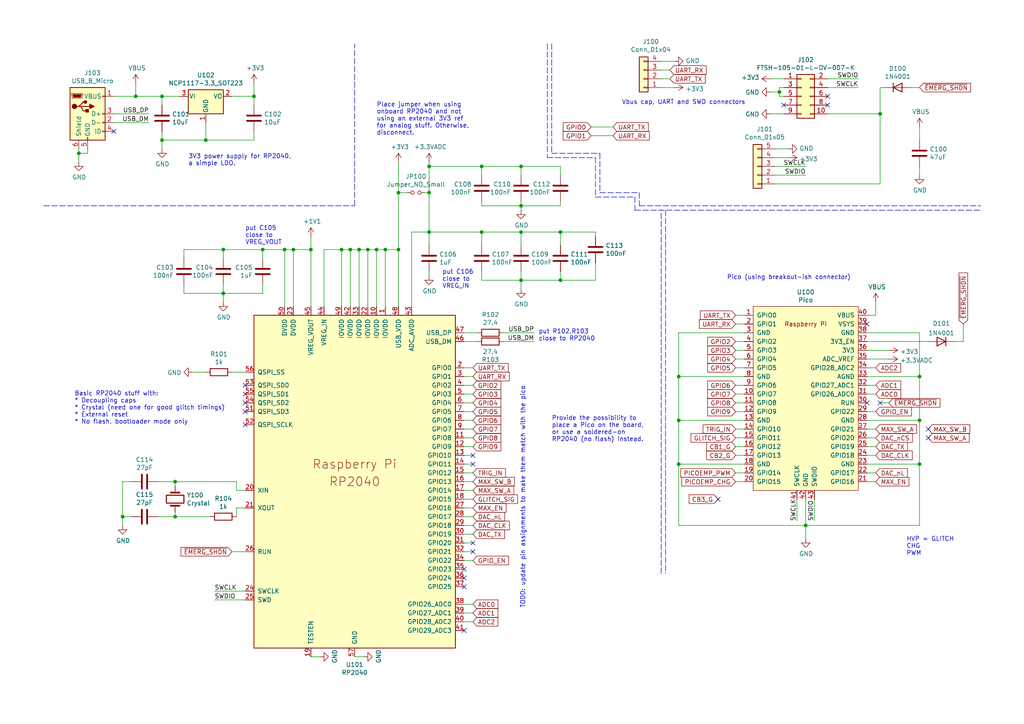
<source format=kicad_sch>
(kicad_sch (version 20211123) (generator eeschema)
  (paper "A4")
  (lib_symbols
    (symbol "Connector:USB_B_Micro" (pin_names (offset 1.016))
      (property "Reference" "J" (at -5.08 11.43 0))
      (property "Value" "USB_B_Micro" (at -5.08 8.89 0))
      (symbol "USB_B_Micro_1_1"
        (pin power_out line (at 7.62 5.08 180) (length 2.54) (name "VBUS") (number "1"))
        (pin bidirectional line (at 7.62 -2.54 180) (length 2.54) (name "D-") (number "2"))
        (pin bidirectional line (at 7.62 0 180) (length 2.54) (name "D+") (number "3"))
        (pin passive line (at 7.62 -5.08 180) (length 2.54) (name "ID") (number "4"))
        (pin power_out line (at 0 -10.16 90) (length 2.54) (name "GND") (number "5"))
        (pin passive line (at -2.54 -10.16 90) (length 2.54) (name "Shield") (number "6"))
      )
    )
    (symbol "Connector_Generic:Conn_01x04" (pin_names (offset 1.016) hide)
      (property "Reference" "J" (at 0 5.08 0))
      (property "Value" "Conn_01x04" (at 0 -7.62 0))
      (symbol "Conn_01x04_1_1"
        (pin passive line (at -5.08 2.54 0) (length 3.81) (name "Pin_1") (number "1"))
        (pin passive line (at -5.08 0 0) (length 3.81) (name "Pin_2") (number "2"))
        (pin passive line (at -5.08 -2.54 0) (length 3.81) (name "Pin_3") (number "3"))
        (pin passive line (at -5.08 -5.08 0) (length 3.81) (name "Pin_4") (number "4"))
      )
    )
    (symbol "Connector_Generic:Conn_01x05" (pin_names (offset 1.016) hide)
      (property "Reference" "J" (at 0 7.62 0))
      (property "Value" "Conn_01x05" (at 0 -7.62 0))
      (symbol "Conn_01x05_1_1"
        (pin passive line (at -5.08 5.08 0) (length 3.81) (name "Pin_1") (number "1"))
        (pin passive line (at -5.08 2.54 0) (length 3.81) (name "Pin_2") (number "2"))
        (pin passive line (at -5.08 0 0) (length 3.81) (name "Pin_3") (number "3"))
        (pin passive line (at -5.08 -2.54 0) (length 3.81) (name "Pin_4") (number "4"))
        (pin passive line (at -5.08 -5.08 0) (length 3.81) (name "Pin_5") (number "5"))
      )
    )
    (symbol "Connector_Generic:Conn_02x05_Odd_Even" (pin_names (offset 1.016) hide)
      (property "Reference" "J" (at 1.27 7.62 0))
      (property "Value" "Conn_02x05_Odd_Even" (at 1.27 -7.62 0))
      (symbol "Conn_02x05_Odd_Even_1_1"
        (pin passive line (at -5.08 5.08 0) (length 3.81) (name "Pin_1") (number "1"))
        (pin passive line (at 7.62 -5.08 180) (length 3.81) (name "Pin_10") (number "10"))
        (pin passive line (at 7.62 5.08 180) (length 3.81) (name "Pin_2") (number "2"))
        (pin passive line (at -5.08 2.54 0) (length 3.81) (name "Pin_3") (number "3"))
        (pin passive line (at 7.62 2.54 180) (length 3.81) (name "Pin_4") (number "4"))
        (pin passive line (at -5.08 0 0) (length 3.81) (name "Pin_5") (number "5"))
        (pin passive line (at 7.62 0 180) (length 3.81) (name "Pin_6") (number "6"))
        (pin passive line (at -5.08 -2.54 0) (length 3.81) (name "Pin_7") (number "7"))
        (pin passive line (at 7.62 -2.54 180) (length 3.81) (name "Pin_8") (number "8"))
        (pin passive line (at -5.08 -5.08 0) (length 3.81) (name "Pin_9") (number "9"))
      )
    )
    (symbol "Device:C" (pin_numbers hide) (pin_names (offset 0.254))
      (property "Reference" "C" (at 0.635 2.54 0))
      (property "Value" "C" (at 0.635 -2.54 0))
      (symbol "C_1_1"
        (pin passive line (at 0 3.81 270) (length 2.794) (name "~") (number "1"))
        (pin passive line (at 0 -3.81 90) (length 2.794) (name "~") (number "2"))
      )
    )
    (symbol "Device:Crystal" (pin_numbers hide) (pin_names (offset 1.016) hide)
      (property "Reference" "Y" (at 0 3.81 0))
      (property "Value" "Crystal" (at 0 -3.81 0))
      (symbol "Crystal_1_1"
        (pin passive line (at -3.81 0 0) (length 1.27) (name "1") (number "1"))
        (pin passive line (at 3.81 0 180) (length 1.27) (name "2") (number "2"))
      )
    )
    (symbol "Device:D" (pin_numbers hide) (pin_names (offset 1.016) hide)
      (property "Reference" "D" (at 0 2.54 0))
      (property "Value" "D" (at 0 -2.54 0))
      (symbol "D_1_1"
        (pin passive line (at -3.81 0 0) (length 2.54) (name "K") (number "1"))
        (pin passive line (at 3.81 0 180) (length 2.54) (name "A") (number "2"))
      )
    )
    (symbol "Device:Jumper_NO_Small" (pin_numbers hide) (pin_names (offset 0.762) hide)
      (property "Reference" "JP" (at 0 2.032 0))
      (property "Value" "Device_Jumper_NO_Small" (at 0.254 -1.524 0))
      (symbol "Jumper_NO_Small_0_1"
        (pin passive line (at -2.54 0 0) (length 1.016) (name "1") (number "1"))
        (pin passive line (at 2.54 0 180) (length 1.016) (name "2") (number "2"))
      )
    )
    (symbol "Device:R" (pin_numbers hide) (pin_names (offset 0))
      (property "Reference" "R" (at 2.032 0 90))
      (property "Value" "R" (at 0 0 90))
      (symbol "R_1_1"
        (pin passive line (at 0 3.81 270) (length 1.27) (name "~") (number "1"))
        (pin passive line (at 0 -3.81 90) (length 1.27) (name "~") (number "2"))
      )
    )
    (symbol "Diode:1N4001" (pin_numbers hide) (pin_names (offset 1.016) hide)
      (property "Reference" "D" (at 0 2.54 0))
      (property "Value" "1N4001" (at 0 -2.54 0))
      (symbol "1N4001_1_1"
        (pin passive line (at -3.81 0 0) (length 2.54) (name "K") (number "1"))
        (pin passive line (at 3.81 0 180) (length 2.54) (name "A") (number "2"))
      )
    )
    (symbol "MCU_RaspberryPi_and_Boards:Pico" (pin_names (offset 1.016))
      (property "Reference" "U" (at -13.97 27.94 0))
      (property "Value" "Pico" (at 0 19.05 0))
      (symbol "Pico_0_0"
        (text "Raspberry Pi" (at 0 21.59 0) (effects (font (size 1.27 1.27))))
      )
      (symbol "Pico_1_1"
        (pin bidirectional line (at -17.78 24.13 0) (length 2.54) (name "GPIO0") (number "1"))
        (pin bidirectional line (at -17.78 1.27 0) (length 2.54) (name "GPIO7") (number "10"))
        (pin bidirectional line (at -17.78 -1.27 0) (length 2.54) (name "GPIO8") (number "11"))
        (pin bidirectional line (at -17.78 -3.81 0) (length 2.54) (name "GPIO9") (number "12"))
        (pin power_in line (at -17.78 -6.35 0) (length 2.54) (name "GND") (number "13"))
        (pin bidirectional line (at -17.78 -8.89 0) (length 2.54) (name "GPIO10") (number "14"))
        (pin bidirectional line (at -17.78 -11.43 0) (length 2.54) (name "GPIO11") (number "15"))
        (pin bidirectional line (at -17.78 -13.97 0) (length 2.54) (name "GPIO12") (number "16"))
        (pin bidirectional line (at -17.78 -16.51 0) (length 2.54) (name "GPIO13") (number "17"))
        (pin power_in line (at -17.78 -19.05 0) (length 2.54) (name "GND") (number "18"))
        (pin bidirectional line (at -17.78 -21.59 0) (length 2.54) (name "GPIO14") (number "19"))
        (pin bidirectional line (at -17.78 21.59 0) (length 2.54) (name "GPIO1") (number "2"))
        (pin bidirectional line (at -17.78 -24.13 0) (length 2.54) (name "GPIO15") (number "20"))
        (pin bidirectional line (at 17.78 -24.13 180) (length 2.54) (name "GPIO16") (number "21"))
        (pin bidirectional line (at 17.78 -21.59 180) (length 2.54) (name "GPIO17") (number "22"))
        (pin power_in line (at 17.78 -19.05 180) (length 2.54) (name "GND") (number "23"))
        (pin bidirectional line (at 17.78 -16.51 180) (length 2.54) (name "GPIO18") (number "24"))
        (pin bidirectional line (at 17.78 -13.97 180) (length 2.54) (name "GPIO19") (number "25"))
        (pin bidirectional line (at 17.78 -11.43 180) (length 2.54) (name "GPIO20") (number "26"))
        (pin bidirectional line (at 17.78 -8.89 180) (length 2.54) (name "GPIO21") (number "27"))
        (pin power_in line (at 17.78 -6.35 180) (length 2.54) (name "GND") (number "28"))
        (pin bidirectional line (at 17.78 -3.81 180) (length 2.54) (name "GPIO22") (number "29"))
        (pin power_in line (at -17.78 19.05 0) (length 2.54) (name "GND") (number "3"))
        (pin input line (at 17.78 -1.27 180) (length 2.54) (name "RUN") (number "30"))
        (pin bidirectional line (at 17.78 1.27 180) (length 2.54) (name "GPIO26_ADC0") (number "31"))
        (pin bidirectional line (at 17.78 3.81 180) (length 2.54) (name "GPIO27_ADC1") (number "32"))
        (pin power_in line (at 17.78 6.35 180) (length 2.54) (name "AGND") (number "33"))
        (pin bidirectional line (at 17.78 8.89 180) (length 2.54) (name "GPIO28_ADC2") (number "34"))
        (pin unspecified line (at 17.78 11.43 180) (length 2.54) (name "ADC_VREF") (number "35"))
        (pin unspecified line (at 17.78 13.97 180) (length 2.54) (name "3V3") (number "36"))
        (pin input line (at 17.78 16.51 180) (length 2.54) (name "3V3_EN") (number "37"))
        (pin bidirectional line (at 17.78 19.05 180) (length 2.54) (name "GND") (number "38"))
        (pin unspecified line (at 17.78 21.59 180) (length 2.54) (name "VSYS") (number "39"))
        (pin bidirectional line (at -17.78 16.51 0) (length 2.54) (name "GPIO2") (number "4"))
        (pin unspecified line (at 17.78 24.13 180) (length 2.54) (name "VBUS") (number "40"))
        (pin input line (at -2.54 -29.21 90) (length 2.54) (name "SWCLK") (number "41"))
        (pin power_in line (at 0 -29.21 90) (length 2.54) (name "GND") (number "42"))
        (pin bidirectional line (at 2.54 -29.21 90) (length 2.54) (name "SWDIO") (number "43"))
        (pin bidirectional line (at -17.78 13.97 0) (length 2.54) (name "GPIO3") (number "5"))
        (pin bidirectional line (at -17.78 11.43 0) (length 2.54) (name "GPIO4") (number "6"))
        (pin bidirectional line (at -17.78 8.89 0) (length 2.54) (name "GPIO5") (number "7"))
        (pin power_in line (at -17.78 6.35 0) (length 2.54) (name "GND") (number "8"))
        (pin bidirectional line (at -17.78 3.81 0) (length 2.54) (name "GPIO6") (number "9"))
      )
    )
    (symbol "MCU_RaspberryPi_and_Boards:RP2040" (pin_names (offset 1.016))
      (property "Reference" "U" (at -29.21 49.53 0))
      (property "Value" "RP2040" (at 24.13 -49.53 0))
      (symbol "RP2040_0_0"
        (text "Raspberry Pi" (at 0 5.08 0) (effects (font (size 2.54 2.54))))
        (text "RP2040" (at 0 0 0) (effects (font (size 2.54 2.54))))
      )
      (symbol "RP2040_1_1"
        (pin power_in line (at 8.89 50.8 270) (length 2.54) (name "IOVDD") (number "1"))
        (pin power_in line (at 6.35 50.8 270) (length 2.54) (name "IOVDD") (number "10"))
        (pin bidirectional line (at 31.75 12.7 180) (length 2.54) (name "GPIO8") (number "11"))
        (pin bidirectional line (at 31.75 10.16 180) (length 2.54) (name "GPIO9") (number "12"))
        (pin bidirectional line (at 31.75 7.62 180) (length 2.54) (name "GPIO10") (number "13"))
        (pin bidirectional line (at 31.75 5.08 180) (length 2.54) (name "GPIO11") (number "14"))
        (pin bidirectional line (at 31.75 2.54 180) (length 2.54) (name "GPIO12") (number "15"))
        (pin bidirectional line (at 31.75 0 180) (length 2.54) (name "GPIO13") (number "16"))
        (pin bidirectional line (at 31.75 -2.54 180) (length 2.54) (name "GPIO14") (number "17"))
        (pin bidirectional line (at 31.75 -5.08 180) (length 2.54) (name "GPIO15") (number "18"))
        (pin passive line (at -12.7 -50.8 90) (length 2.54) (name "TESTEN") (number "19"))
        (pin bidirectional line (at 31.75 33.02 180) (length 2.54) (name "GPIO0") (number "2"))
        (pin input line (at -31.75 -2.54 0) (length 2.54) (name "XIN") (number "20"))
        (pin passive line (at -31.75 -7.62 0) (length 2.54) (name "XOUT") (number "21"))
        (pin power_in line (at 3.81 50.8 270) (length 2.54) (name "IOVDD") (number "22"))
        (pin power_in line (at -17.78 50.8 270) (length 2.54) (name "DVDD") (number "23"))
        (pin output line (at -31.75 -31.75 0) (length 2.54) (name "SWCLK") (number "24"))
        (pin bidirectional line (at -31.75 -34.29 0) (length 2.54) (name "SWD") (number "25"))
        (pin input line (at -31.75 -20.32 0) (length 2.54) (name "RUN") (number "26"))
        (pin bidirectional line (at 31.75 -7.62 180) (length 2.54) (name "GPIO16") (number "27"))
        (pin bidirectional line (at 31.75 -10.16 180) (length 2.54) (name "GPIO17") (number "28"))
        (pin bidirectional line (at 31.75 -12.7 180) (length 2.54) (name "GPIO18") (number "29"))
        (pin bidirectional line (at 31.75 30.48 180) (length 2.54) (name "GPIO1") (number "3"))
        (pin bidirectional line (at 31.75 -15.24 180) (length 2.54) (name "GPIO19") (number "30"))
        (pin bidirectional line (at 31.75 -17.78 180) (length 2.54) (name "GPIO20") (number "31"))
        (pin bidirectional line (at 31.75 -20.32 180) (length 2.54) (name "GPIO21") (number "32"))
        (pin power_in line (at 1.27 50.8 270) (length 2.54) (name "IOVDD") (number "33"))
        (pin bidirectional line (at 31.75 -22.86 180) (length 2.54) (name "GPIO22") (number "34"))
        (pin bidirectional line (at 31.75 -25.4 180) (length 2.54) (name "GPIO23") (number "35"))
        (pin bidirectional line (at 31.75 -27.94 180) (length 2.54) (name "GPIO24") (number "36"))
        (pin bidirectional line (at 31.75 -30.48 180) (length 2.54) (name "GPIO25") (number "37"))
        (pin bidirectional line (at 31.75 -35.56 180) (length 2.54) (name "GPIO26_ADC0") (number "38"))
        (pin bidirectional line (at 31.75 -38.1 180) (length 2.54) (name "GPIO27_ADC1") (number "39"))
        (pin bidirectional line (at 31.75 27.94 180) (length 2.54) (name "GPIO2") (number "4"))
        (pin bidirectional line (at 31.75 -40.64 180) (length 2.54) (name "GPIO28_ADC2") (number "40"))
        (pin bidirectional line (at 31.75 -43.18 180) (length 2.54) (name "GPIO29_ADC3") (number "41"))
        (pin power_in line (at -1.27 50.8 270) (length 2.54) (name "IOVDD") (number "42"))
        (pin power_in line (at 16.51 50.8 270) (length 2.54) (name "ADC_AVDD") (number "43"))
        (pin power_in line (at -8.89 50.8 270) (length 2.54) (name "VREG_IN") (number "44"))
        (pin power_out line (at -12.7 50.8 270) (length 2.54) (name "VREG_VOUT") (number "45"))
        (pin bidirectional line (at 31.75 40.64 180) (length 2.54) (name "USB_DM") (number "46"))
        (pin bidirectional line (at 31.75 43.18 180) (length 2.54) (name "USB_DP") (number "47"))
        (pin power_in line (at 12.7 50.8 270) (length 2.54) (name "USB_VDD") (number "48"))
        (pin power_in line (at -3.81 50.8 270) (length 2.54) (name "IOVDD") (number "49"))
        (pin bidirectional line (at 31.75 25.4 180) (length 2.54) (name "GPIO3") (number "5"))
        (pin power_in line (at -20.32 50.8 270) (length 2.54) (name "DVDD") (number "50"))
        (pin bidirectional line (at -31.75 20.32 0) (length 2.54) (name "QSPI_SD3") (number "51"))
        (pin output line (at -31.75 16.51 0) (length 2.54) (name "QSPI_SCLK") (number "52"))
        (pin bidirectional line (at -31.75 27.94 0) (length 2.54) (name "QSPI_SD0") (number "53"))
        (pin bidirectional line (at -31.75 22.86 0) (length 2.54) (name "QSPI_SD2") (number "54"))
        (pin bidirectional line (at -31.75 25.4 0) (length 2.54) (name "QSPI_SD1") (number "55"))
        (pin bidirectional line (at -31.75 31.75 0) (length 2.54) (name "QSPI_SS") (number "56"))
        (pin power_in line (at 0 -50.8 90) (length 2.54) (name "GND") (number "57"))
        (pin bidirectional line (at 31.75 22.86 180) (length 2.54) (name "GPIO4") (number "6"))
        (pin bidirectional line (at 31.75 20.32 180) (length 2.54) (name "GPIO5") (number "7"))
        (pin bidirectional line (at 31.75 17.78 180) (length 2.54) (name "GPIO6") (number "8"))
        (pin bidirectional line (at 31.75 15.24 180) (length 2.54) (name "GPIO7") (number "9"))
      )
    )
    (symbol "Regulator_Linear:NCP1117-3.3_SOT223" (pin_names (offset 0.254))
      (property "Reference" "U" (at -3.81 3.175 0))
      (property "Value" "NCP1117-3.3_SOT223" (at 0 3.175 0))
      (symbol "NCP1117-3.3_SOT223_1_1"
        (pin power_in line (at 0 -7.62 90) (length 2.54) (name "GND") (number "1"))
        (pin power_out line (at 7.62 0 180) (length 2.54) (name "VO") (number "2"))
        (pin power_in line (at -7.62 0 0) (length 2.54) (name "VI") (number "3"))
      )
    )
    (symbol "power:+1V1" (power) (pin_names (offset 0))
      (property "Value" "+1V1" (at 0 3.556 0))
      (symbol "+1V1_1_1"
        (pin power_in line (at 0 0 90) (length 0) hide (name "+1V1") (number "1"))
      )
    )
    (symbol "power:+3.3VADC" (power) (pin_names (offset 0))
      (property "Value" "+3.3VADC" (at 0 2.54 0))
      (symbol "+3.3VADC_0_0"
        (pin power_in line (at 0 0 90) (length 0) hide (name "+3.3VADC") (number "1"))
      )
    )
    (symbol "power:+3V3" (power) (pin_names (offset 0))
      (property "Value" "+3V3" (at 0 3.556 0))
      (symbol "+3V3_1_1"
        (pin power_in line (at 0 0 90) (length 0) hide (name "+3V3") (number "1"))
      )
    )
    (symbol "power:GND" (power) (pin_names (offset 0))
      (property "Value" "GND" (at 0 -3.81 0))
      (symbol "GND_1_1"
        (pin power_in line (at 0 0 270) (length 0) hide (name "GND") (number "1"))
      )
    )
    (symbol "power:VBUS" (power) (pin_names (offset 0))
      (property "Value" "VBUS" (at 0 3.81 0))
      (symbol "VBUS_1_1"
        (pin power_in line (at 0 0 90) (length 0) hide (name "VBUS") (number "1"))
      )
    )
  )
  (junction (at 233.68 152.4))
  (junction (at 151.13 81.28))
  (junction (at 82.55 72.39))
  (junction (at 266.7 109.22))
  (junction (at 90.17 72.39))
  (junction (at 59.69 40.64))
  (junction (at 162.56 67.31))
  (junction (at 104.14 72.39))
  (junction (at 106.68 72.39))
  (junction (at 115.57 55.88))
  (junction (at 124.46 55.88))
  (junction (at 196.85 134.62))
  (junction (at 76.2 72.39))
  (junction (at 255.27 33.02))
  (junction (at 111.76 72.39))
  (junction (at 109.22 72.39))
  (junction (at 139.7 67.31))
  (junction (at 99.06 72.39))
  (junction (at 115.57 72.39))
  (junction (at 46.99 40.64))
  (junction (at 139.7 48.26))
  (junction (at 124.46 67.31))
  (junction (at 39.37 27.94))
  (junction (at 196.85 109.22))
  (junction (at 124.46 48.26))
  (junction (at 50.8 139.7))
  (junction (at 266.7 121.92))
  (junction (at 266.7 134.62))
  (junction (at 151.13 59.69))
  (junction (at 50.8 149.86))
  (junction (at 22.86 44.45))
  (junction (at 64.77 85.09))
  (junction (at 85.09 72.39))
  (junction (at 151.13 67.31))
  (junction (at 226.06 26.67))
  (junction (at 151.13 48.26))
  (junction (at 35.56 149.86))
  (junction (at 64.77 72.39))
  (junction (at 196.85 121.92))
  (junction (at 101.6 72.39))
  (junction (at 73.66 27.94))
  (junction (at 46.99 27.94))
  (junction (at 162.56 81.28))
  (no_connect (at 251.46 116.84))
  (no_connect (at 269.24 127))
  (no_connect (at 269.24 124.46))
  (no_connect (at 134.62 170.18))
  (no_connect (at 134.62 182.88))
  (no_connect (at 71.12 114.3))
  (no_connect (at 71.12 123.19))
  (no_connect (at 227.33 30.48))
  (no_connect (at 137.16 160.02))
  (no_connect (at 33.02 38.1))
  (no_connect (at 255.27 116.84))
  (no_connect (at 71.12 111.76))
  (no_connect (at 240.03 27.94))
  (no_connect (at 134.62 167.64))
  (no_connect (at 251.46 93.98))
  (no_connect (at 137.16 132.08))
  (no_connect (at 137.16 134.62))
  (no_connect (at 137.16 157.48))
  (no_connect (at 208.28 144.78))
  (no_connect (at 134.62 165.1))
  (no_connect (at 71.12 119.38))
  (no_connect (at 240.03 30.48))
  (no_connect (at 71.12 116.84))
  (wire (pts (xy 67.31 107.95) (xy 71.12 107.95)))
  (wire (pts (xy 215.9 129.54) (xy 213.36 129.54)))
  (wire (pts (xy 137.16 157.48) (xy 134.62 157.48)))
  (wire (pts (xy 115.57 55.88) (xy 115.57 72.39)))
  (wire (pts (xy 139.7 67.31) (xy 151.13 67.31)))
  (wire (pts (xy 71.12 142.24) (xy 68.58 142.24)))
  (wire (pts (xy 226.06 26.67) (xy 223.52 26.67)))
  (wire (pts (xy 53.34 85.09) (xy 53.34 82.55)))
  (wire (pts (xy 53.34 72.39) (xy 64.77 72.39)))
  (wire (pts (xy 196.85 121.92) (xy 196.85 134.62)))
  (wire (pts (xy 251.46 132.08) (xy 254 132.08)))
  (wire (pts (xy 134.62 106.68) (xy 137.16 106.68)))
  (wire (pts (xy 151.13 59.69) (xy 162.56 59.69)))
  (wire (pts (xy 266.7 134.62) (xy 266.7 121.92)))
  (wire (pts (xy 134.62 119.38) (xy 137.16 119.38)))
  (wire (pts (xy 139.7 81.28) (xy 139.7 78.74)))
  (wire (pts (xy 146.05 96.52) (xy 154.94 96.52)))
  (wire (pts (xy 215.9 96.52) (xy 196.85 96.52)))
  (wire (pts (xy 266.7 40.64) (xy 266.7 36.83)))
  (polyline (pts (xy 185.42 55.88) (xy 185.42 59.69)))
  (wire (pts (xy 233.68 152.4) (xy 233.68 156.21)))
  (wire (pts (xy 226.06 27.94) (xy 227.33 27.94)))
  (polyline (pts (xy 173.99 44.45) (xy 173.99 55.88)))
  (wire (pts (xy 226.06 26.67) (xy 226.06 27.94)))
  (wire (pts (xy 50.8 140.97) (xy 50.8 139.7)))
  (wire (pts (xy 134.62 111.76) (xy 137.16 111.76)))
  (wire (pts (xy 137.16 124.46) (xy 134.62 124.46)))
  (wire (pts (xy 73.66 27.94) (xy 73.66 30.48)))
  (wire (pts (xy 134.62 132.08) (xy 137.16 132.08)))
  (wire (pts (xy 213.36 119.38) (xy 215.9 119.38)))
  (wire (pts (xy 162.56 59.69) (xy 162.56 58.42)))
  (wire (pts (xy 76.2 72.39) (xy 76.2 74.93)))
  (wire (pts (xy 171.45 36.83) (xy 177.8 36.83)))
  (wire (pts (xy 119.38 67.31) (xy 119.38 88.9)))
  (wire (pts (xy 257.81 101.6) (xy 251.46 101.6)))
  (wire (pts (xy 134.62 137.16) (xy 137.16 137.16)))
  (wire (pts (xy 266.7 50.8) (xy 266.7 48.26)))
  (wire (pts (xy 196.85 121.92) (xy 196.85 109.22)))
  (wire (pts (xy 151.13 81.28) (xy 139.7 81.28)))
  (wire (pts (xy 251.46 111.76) (xy 254 111.76)))
  (wire (pts (xy 137.16 177.8) (xy 134.62 177.8)))
  (wire (pts (xy 266.7 109.22) (xy 251.46 109.22)))
  (wire (pts (xy 171.45 39.37) (xy 177.8 39.37)))
  (wire (pts (xy 137.16 144.78) (xy 134.62 144.78)))
  (wire (pts (xy 45.72 149.86) (xy 50.8 149.86)))
  (polyline (pts (xy 158.75 12.7) (xy 158.75 45.72)))
  (polyline (pts (xy 172.72 57.15) (xy 184.15 57.15)))
  (wire (pts (xy 213.36 106.68) (xy 215.9 106.68)))
  (wire (pts (xy 224.79 53.34) (xy 255.27 53.34)))
  (wire (pts (xy 137.16 162.56) (xy 134.62 162.56)))
  (wire (pts (xy 73.66 40.64) (xy 73.66 38.1)))
  (wire (pts (xy 213.36 139.7) (xy 215.9 139.7)))
  (wire (pts (xy 162.56 81.28) (xy 151.13 81.28)))
  (wire (pts (xy 151.13 78.74) (xy 151.13 81.28)))
  (wire (pts (xy 255.27 53.34) (xy 255.27 33.02)))
  (wire (pts (xy 124.46 55.88) (xy 124.46 67.31)))
  (wire (pts (xy 52.07 27.94) (xy 46.99 27.94)))
  (wire (pts (xy 134.62 147.32) (xy 137.16 147.32)))
  (wire (pts (xy 46.99 43.18) (xy 46.99 40.64)))
  (wire (pts (xy 46.99 40.64) (xy 59.69 40.64)))
  (wire (pts (xy 139.7 67.31) (xy 139.7 71.12)))
  (wire (pts (xy 172.72 67.31) (xy 172.72 68.58)))
  (wire (pts (xy 111.76 72.39) (xy 115.57 72.39)))
  (wire (pts (xy 137.16 134.62) (xy 134.62 134.62)))
  (wire (pts (xy 105.41 190.5) (xy 102.87 190.5)))
  (wire (pts (xy 257.81 116.84) (xy 255.27 116.84)))
  (wire (pts (xy 124.46 55.88) (xy 124.46 48.26)))
  (wire (pts (xy 233.68 144.78) (xy 233.68 152.4)))
  (wire (pts (xy 101.6 88.9) (xy 101.6 72.39)))
  (wire (pts (xy 35.56 139.7) (xy 38.1 139.7)))
  (wire (pts (xy 251.46 91.44) (xy 254 91.44)))
  (wire (pts (xy 266.7 96.52) (xy 251.46 96.52)))
  (wire (pts (xy 139.7 58.42) (xy 139.7 59.69)))
  (wire (pts (xy 213.36 127) (xy 215.9 127)))
  (wire (pts (xy 255.27 25.4) (xy 255.27 33.02)))
  (wire (pts (xy 139.7 48.26) (xy 139.7 50.8)))
  (wire (pts (xy 134.62 127) (xy 137.16 127)))
  (wire (pts (xy 64.77 72.39) (xy 64.77 74.93)))
  (wire (pts (xy 50.8 139.7) (xy 68.58 139.7)))
  (wire (pts (xy 172.72 76.2) (xy 172.72 81.28)))
  (wire (pts (xy 213.36 132.08) (xy 215.9 132.08)))
  (wire (pts (xy 134.62 121.92) (xy 137.16 121.92)))
  (wire (pts (xy 224.79 48.26) (xy 233.68 48.26)))
  (wire (pts (xy 109.22 72.39) (xy 111.76 72.39)))
  (wire (pts (xy 93.98 88.9) (xy 93.98 72.39)))
  (wire (pts (xy 191.77 17.78) (xy 195.58 17.78)))
  (wire (pts (xy 134.62 99.06) (xy 138.43 99.06)))
  (wire (pts (xy 162.56 78.74) (xy 162.56 81.28)))
  (wire (pts (xy 137.16 149.86) (xy 134.62 149.86)))
  (wire (pts (xy 137.16 116.84) (xy 134.62 116.84)))
  (wire (pts (xy 196.85 109.22) (xy 215.9 109.22)))
  (wire (pts (xy 266.7 121.92) (xy 251.46 121.92)))
  (polyline (pts (xy 158.75 45.72) (xy 172.72 45.72)))
  (wire (pts (xy 240.03 33.02) (xy 255.27 33.02)))
  (polyline (pts (xy 191.77 166.37) (xy 191.77 60.96)))
  (wire (pts (xy 25.4 44.45) (xy 25.4 43.18)))
  (wire (pts (xy 224.79 43.18) (xy 228.6 43.18)))
  (wire (pts (xy 134.62 180.34) (xy 137.16 180.34)))
  (wire (pts (xy 115.57 46.99) (xy 115.57 55.88)))
  (wire (pts (xy 115.57 88.9) (xy 115.57 72.39)))
  (wire (pts (xy 104.14 72.39) (xy 106.68 72.39)))
  (wire (pts (xy 151.13 48.26) (xy 162.56 48.26)))
  (wire (pts (xy 67.31 27.94) (xy 73.66 27.94)))
  (wire (pts (xy 255.27 25.4) (xy 256.54 25.4)))
  (wire (pts (xy 254 119.38) (xy 251.46 119.38)))
  (wire (pts (xy 60.96 149.86) (xy 50.8 149.86)))
  (wire (pts (xy 46.99 40.64) (xy 46.99 38.1)))
  (wire (pts (xy 266.7 152.4) (xy 266.7 134.62)))
  (wire (pts (xy 82.55 72.39) (xy 82.55 88.9)))
  (wire (pts (xy 68.58 139.7) (xy 68.58 142.24)))
  (wire (pts (xy 33.02 33.02) (xy 43.18 33.02)))
  (wire (pts (xy 264.16 25.4) (xy 266.7 25.4)))
  (wire (pts (xy 254 137.16) (xy 251.46 137.16)))
  (wire (pts (xy 64.77 85.09) (xy 76.2 85.09)))
  (polyline (pts (xy 160.02 44.45) (xy 173.99 44.45)))
  (wire (pts (xy 196.85 152.4) (xy 233.68 152.4)))
  (wire (pts (xy 254 91.44) (xy 254 87.63)))
  (wire (pts (xy 146.05 99.06) (xy 154.94 99.06)))
  (wire (pts (xy 35.56 152.4) (xy 35.56 149.86)))
  (wire (pts (xy 123.19 55.88) (xy 124.46 55.88)))
  (wire (pts (xy 139.7 48.26) (xy 151.13 48.26)))
  (wire (pts (xy 68.58 147.32) (xy 71.12 147.32)))
  (wire (pts (xy 118.11 55.88) (xy 115.57 55.88)))
  (wire (pts (xy 251.46 99.06) (xy 269.24 99.06)))
  (wire (pts (xy 134.62 96.52) (xy 138.43 96.52)))
  (wire (pts (xy 279.4 99.06) (xy 276.86 99.06)))
  (wire (pts (xy 233.68 152.4) (xy 266.7 152.4)))
  (wire (pts (xy 124.46 71.12) (xy 124.46 67.31)))
  (wire (pts (xy 240.03 25.4) (xy 248.92 25.4)))
  (wire (pts (xy 134.62 160.02) (xy 137.16 160.02)))
  (wire (pts (xy 99.06 72.39) (xy 101.6 72.39)))
  (wire (pts (xy 39.37 24.13) (xy 39.37 27.94)))
  (wire (pts (xy 38.1 149.86) (xy 35.56 149.86)))
  (polyline (pts (xy 185.42 59.69) (xy 284.48 59.69)))
  (wire (pts (xy 226.06 25.4) (xy 226.06 26.67)))
  (wire (pts (xy 162.56 67.31) (xy 172.72 67.31)))
  (wire (pts (xy 240.03 22.86) (xy 248.92 22.86)))
  (wire (pts (xy 101.6 72.39) (xy 104.14 72.39)))
  (wire (pts (xy 251.46 127) (xy 254 127)))
  (wire (pts (xy 215.9 124.46) (xy 213.36 124.46)))
  (wire (pts (xy 99.06 88.9) (xy 99.06 72.39)))
  (wire (pts (xy 50.8 149.86) (xy 50.8 148.59)))
  (wire (pts (xy 35.56 149.86) (xy 35.56 139.7)))
  (wire (pts (xy 137.16 154.94) (xy 134.62 154.94)))
  (wire (pts (xy 62.23 171.45) (xy 71.12 171.45)))
  (polyline (pts (xy 184.15 57.15) (xy 184.15 60.96)))
  (wire (pts (xy 227.33 33.02) (xy 223.52 33.02)))
  (wire (pts (xy 64.77 82.55) (xy 64.77 85.09)))
  (wire (pts (xy 151.13 81.28) (xy 151.13 83.82)))
  (wire (pts (xy 137.16 139.7) (xy 134.62 139.7)))
  (wire (pts (xy 151.13 59.69) (xy 151.13 60.96)))
  (wire (pts (xy 134.62 175.26) (xy 137.16 175.26)))
  (polyline (pts (xy 172.72 45.72) (xy 172.72 57.15)))
  (polyline (pts (xy 173.99 55.88) (xy 185.42 55.88)))
  (wire (pts (xy 254 124.46) (xy 251.46 124.46)))
  (wire (pts (xy 213.36 93.98) (xy 215.9 93.98)))
  (wire (pts (xy 137.16 129.54) (xy 134.62 129.54)))
  (wire (pts (xy 62.23 173.99) (xy 71.12 173.99)))
  (wire (pts (xy 162.56 48.26) (xy 162.56 50.8)))
  (wire (pts (xy 106.68 88.9) (xy 106.68 72.39)))
  (wire (pts (xy 124.46 48.26) (xy 139.7 48.26)))
  (polyline (pts (xy 193.04 60.96) (xy 193.04 166.37)))
  (wire (pts (xy 67.31 160.02) (xy 71.12 160.02)))
  (wire (pts (xy 55.88 107.95) (xy 59.69 107.95)))
  (wire (pts (xy 106.68 72.39) (xy 109.22 72.39)))
  (wire (pts (xy 90.17 190.5) (xy 92.71 190.5)))
  (wire (pts (xy 39.37 27.94) (xy 46.99 27.94)))
  (wire (pts (xy 151.13 67.31) (xy 151.13 71.12)))
  (wire (pts (xy 134.62 152.4) (xy 137.16 152.4)))
  (wire (pts (xy 85.09 72.39) (xy 90.17 72.39)))
  (wire (pts (xy 53.34 85.09) (xy 64.77 85.09)))
  (wire (pts (xy 151.13 48.26) (xy 151.13 50.8)))
  (wire (pts (xy 22.86 44.45) (xy 22.86 43.18)))
  (wire (pts (xy 104.14 88.9) (xy 104.14 72.39)))
  (wire (pts (xy 227.33 25.4) (xy 226.06 25.4)))
  (wire (pts (xy 172.72 81.28) (xy 162.56 81.28)))
  (wire (pts (xy 90.17 68.58) (xy 90.17 72.39)))
  (wire (pts (xy 257.81 104.14) (xy 251.46 104.14)))
  (wire (pts (xy 266.7 121.92) (xy 266.7 109.22)))
  (polyline (pts (xy 102.87 59.69) (xy 102.87 12.7)))
  (wire (pts (xy 93.98 72.39) (xy 99.06 72.39)))
  (wire (pts (xy 137.16 109.22) (xy 134.62 109.22)))
  (wire (pts (xy 196.85 134.62) (xy 215.9 134.62)))
  (wire (pts (xy 68.58 149.86) (xy 68.58 147.32)))
  (wire (pts (xy 85.09 72.39) (xy 85.09 88.9)))
  (wire (pts (xy 76.2 72.39) (xy 82.55 72.39)))
  (wire (pts (xy 111.76 88.9) (xy 111.76 72.39)))
  (wire (pts (xy 215.9 137.16) (xy 213.36 137.16)))
  (wire (pts (xy 82.55 72.39) (xy 85.09 72.39)))
  (wire (pts (xy 254 114.3) (xy 251.46 114.3)))
  (wire (pts (xy 227.33 22.86) (xy 223.52 22.86)))
  (wire (pts (xy 64.77 72.39) (xy 76.2 72.39)))
  (wire (pts (xy 33.02 35.56) (xy 43.18 35.56)))
  (wire (pts (xy 215.9 121.92) (xy 196.85 121.92)))
  (wire (pts (xy 194.31 20.32) (xy 191.77 20.32)))
  (wire (pts (xy 39.37 27.94) (xy 33.02 27.94)))
  (wire (pts (xy 266.7 109.22) (xy 266.7 96.52)))
  (polyline (pts (xy 184.15 60.96) (xy 284.48 60.96)))
  (wire (pts (xy 50.8 139.7) (xy 45.72 139.7)))
  (wire (pts (xy 191.77 25.4) (xy 195.58 25.4)))
  (wire (pts (xy 64.77 85.09) (xy 64.77 87.63)))
  (wire (pts (xy 266.7 134.62) (xy 251.46 134.62)))
  (wire (pts (xy 124.46 67.31) (xy 139.7 67.31)))
  (wire (pts (xy 215.9 99.06) (xy 213.36 99.06)))
  (wire (pts (xy 59.69 40.64) (xy 59.69 35.56)))
  (wire (pts (xy 46.99 27.94) (xy 46.99 30.48)))
  (wire (pts (xy 215.9 101.6) (xy 213.36 101.6)))
  (wire (pts (xy 224.79 45.72) (xy 228.6 45.72)))
  (wire (pts (xy 224.79 50.8) (xy 233.68 50.8)))
  (wire (pts (xy 231.14 144.78) (xy 231.14 151.13)))
  (wire (pts (xy 151.13 67.31) (xy 162.56 67.31)))
  (wire (pts (xy 279.4 93.98) (xy 279.4 99.06)))
  (wire (pts (xy 251.46 139.7) (xy 254 139.7)))
  (wire (pts (xy 196.85 134.62) (xy 196.85 152.4)))
  (wire (pts (xy 151.13 58.42) (xy 151.13 59.69)))
  (wire (pts (xy 215.9 91.44) (xy 213.36 91.44)))
  (wire (pts (xy 139.7 59.69) (xy 151.13 59.69)))
  (wire (pts (xy 134.62 114.3) (xy 137.16 114.3)))
  (wire (pts (xy 213.36 104.14) (xy 215.9 104.14)))
  (wire (pts (xy 124.46 80.01) (xy 124.46 78.74)))
  (wire (pts (xy 162.56 67.31) (xy 162.56 71.12)))
  (wire (pts (xy 76.2 82.55) (xy 76.2 85.09)))
  (wire (pts (xy 196.85 96.52) (xy 196.85 109.22)))
  (wire (pts (xy 191.77 22.86) (xy 194.31 22.86)))
  (wire (pts (xy 215.9 111.76) (xy 213.36 111.76)))
  (wire (pts (xy 251.46 106.68) (xy 254 106.68)))
  (wire (pts (xy 124.46 67.31) (xy 119.38 67.31)))
  (wire (pts (xy 109.22 88.9) (xy 109.22 72.39)))
  (wire (pts (xy 53.34 74.93) (xy 53.34 72.39)))
  (wire (pts (xy 254 129.54) (xy 251.46 129.54)))
  (wire (pts (xy 59.69 40.64) (xy 73.66 40.64)))
  (wire (pts (xy 22.86 44.45) (xy 25.4 44.45)))
  (wire (pts (xy 22.86 46.99) (xy 22.86 44.45)))
  (wire (pts (xy 134.62 142.24) (xy 137.16 142.24)))
  (wire (pts (xy 73.66 27.94) (xy 73.66 24.13)))
  (wire (pts (xy 124.46 48.26) (xy 124.46 46.99)))
  (wire (pts (xy 215.9 116.84) (xy 213.36 116.84)))
  (wire (pts (xy 90.17 72.39) (xy 90.17 88.9)))
  (wire (pts (xy 236.22 144.78) (xy 236.22 151.13)))
  (wire (pts (xy 213.36 114.3) (xy 215.9 114.3)))
  (polyline (pts (xy 160.02 12.7) (xy 160.02 44.45)))
  (polyline (pts (xy 12.7 59.69) (xy 102.87 59.69)))
  (text "Place jumper when using\nonboard RP2040 and not\nusing an external 3V3 ref\nfor analog stuff. Otherwise,\ndisconnect." (at 109.22 39.37 0) (effects (font (size 1.27 1.27)) (justify left bottom)))
  (text "TODO: update pin assignments to make them match with the pico" (at 152.4 176.53 90) (effects (font (size 1.27 1.27)) (justify left bottom)))
  (text "put C106\nclose to\nVREG_IN" (at 128.27 83.82 0) (effects (font (size 1.27 1.27)) (justify left bottom)))
  (text "Vbus cap, UART and SWD connectors" (at 180.34 30.48 0) (effects (font (size 1.27 1.27)) (justify left bottom)))
  (text "HVP = GLITCH\nCHG\nPWM" (at 262.89 161.29 0) (effects (font (size 1.27 1.27)) (justify left bottom)))
  (text "put C105\nclose to\nVREG_VOUT" (at 71.12 71.12 0) (effects (font (size 1.27 1.27)) (justify left bottom)))
  (text "Pico (using breakout-ish connector)" (at 210.82 81.28 0) (effects (font (size 1.27 1.27)) (justify left bottom)))
  (text "3V3 power supply for RP2040,\na simple LDO." (at 54.61 48.26 0) (effects (font (size 1.27 1.27)) (justify left bottom)))
  (text "put R102,R103\nclose to RP2040" (at 156.21 99.06 0) (effects (font (size 1.27 1.27)) (justify left bottom)))
  (text "Basic RP2040 stuff with:\n* Decoupling caps\n* Crystal (need one for good glitch timings)\n* External reset\n* No flash, bootloader mode only" (at 21.59 123.19 0) (effects (font (size 1.27 1.27)) (justify left bottom)))
  (text "Provide the possibility to\nplace a Pico on the board,\nor use a soldered-on\nRP2040 (no flash) instead." (at 160.02 128.27 0) (effects (font (size 1.27 1.27)) (justify left bottom)))
  (label "SWCLK" (at 233.68 48.26 180))
  (label "USB_DM" (at 43.18 35.56 180))
  (label "SWCLK" (at 62.23 171.45 0))
  (label "USB_DM" (at 154.94 99.06 180))
  (label "SWDIO" (at 236.22 151.13 90))
  (label "SWDIO" (at 248.92 22.86 180))
  (label "USB_DP" (at 43.18 33.02 180))
  (label "SWCLK" (at 248.92 25.4 180))
  (label "USB_DP" (at 154.94 96.52 180))
  (label "SWDIO" (at 62.23 173.99 0))
  (label "SWDIO" (at 233.68 50.8 180))
  (label "SWCLK" (at 231.14 151.13 90))
  (global_label "CB1_G" (shape input) (at 213.36 129.54 180) (property "Intersheet References" "${INTERSHEET_REFS}" (effects hide)))
  (global_label "GPIO2" (shape input) (at 137.16 111.76 0) (property "Intersheet References" "${INTERSHEET_REFS}" (effects hide)))
  (global_label "~{EMERG_SHDN}" (shape input) (at 67.31 160.02 180) (property "Intersheet References" "${INTERSHEET_REFS}" (effects hide)))
  (global_label "ADC0" (shape input) (at 137.16 175.26 0) (property "Intersheet References" "${INTERSHEET_REFS}" (effects hide)))
  (global_label "DAC_nL" (shape input) (at 254 137.16 0) (property "Intersheet References" "${INTERSHEET_REFS}" (effects hide)))
  (global_label "TRIG_IN" (shape input) (at 137.16 137.16 0) (property "Intersheet References" "${INTERSHEET_REFS}" (effects hide)))
  (global_label "ADC2" (shape input) (at 254 106.68 0) (property "Intersheet References" "${INTERSHEET_REFS}" (effects hide)))
  (global_label "TRIG_IN" (shape input) (at 213.36 124.46 180) (property "Intersheet References" "${INTERSHEET_REFS}" (effects hide)))
  (global_label "MAX_SW_A" (shape input) (at 254 124.46 0) (property "Intersheet References" "${INTERSHEET_REFS}" (effects hide)))
  (global_label "ADC1" (shape input) (at 137.16 177.8 0) (property "Intersheet References" "${INTERSHEET_REFS}" (effects hide)))
  (global_label "GPIO_EN" (shape input) (at 137.16 162.56 0) (property "Intersheet References" "${INTERSHEET_REFS}" (effects hide)))
  (global_label "MAX_SW_B" (shape input) (at 137.16 139.7 0) (property "Intersheet References" "${INTERSHEET_REFS}" (effects hide)))
  (global_label "GPIO7" (shape input) (at 137.16 124.46 0) (property "Intersheet References" "${INTERSHEET_REFS}" (effects hide)))
  (global_label "DAC_nCS" (shape input) (at 254 127 0) (property "Intersheet References" "${INTERSHEET_REFS}" (effects hide)))
  (global_label "MAX_SW_A" (shape input) (at 269.24 127 0) (property "Intersheet References" "${INTERSHEET_REFS}" (effects hide)))
  (global_label "UART_RX" (shape input) (at 177.8 39.37 0) (property "Intersheet References" "${INTERSHEET_REFS}" (effects hide)))
  (global_label "GPIO5" (shape input) (at 213.36 106.68 180) (property "Intersheet References" "${INTERSHEET_REFS}" (effects hide)))
  (global_label "~{EMERG_SHDN}" (shape input) (at 266.7 25.4 0) (property "Intersheet References" "${INTERSHEET_REFS}" (effects hide)))
  (global_label "GPIO4" (shape input) (at 213.36 104.14 180) (property "Intersheet References" "${INTERSHEET_REFS}" (effects hide)))
  (global_label "MAX_SW_A" (shape input) (at 137.16 142.24 0) (property "Intersheet References" "${INTERSHEET_REFS}" (effects hide)))
  (global_label "GLITCH_SIG" (shape input) (at 137.16 144.78 0) (property "Intersheet References" "${INTERSHEET_REFS}" (effects hide)))
  (global_label "~{EMERG_SHDN}" (shape input) (at 279.4 93.98 90) (property "Intersheet References" "${INTERSHEET_REFS}" (effects hide)))
  (global_label "GPIO7" (shape input) (at 213.36 114.3 180) (property "Intersheet References" "${INTERSHEET_REFS}" (effects hide)))
  (global_label "CB3_G" (shape input) (at 208.28 144.78 180) (property "Intersheet References" "${INTERSHEET_REFS}" (effects hide)))
  (global_label "ADC1" (shape input) (at 254 111.76 0) (property "Intersheet References" "${INTERSHEET_REFS}" (effects hide)))
  (global_label "~{EMERG_SHDN}" (shape input) (at 257.81 116.84 0) (property "Intersheet References" "${INTERSHEET_REFS}" (effects hide)))
  (global_label "GPIO6" (shape input) (at 137.16 121.92 0) (property "Intersheet References" "${INTERSHEET_REFS}" (effects hide)))
  (global_label "UART_RX" (shape input) (at 213.36 93.98 180) (property "Intersheet References" "${INTERSHEET_REFS}" (effects hide)))
  (global_label "DAC_nL" (shape input) (at 137.16 149.86 0) (property "Intersheet References" "${INTERSHEET_REFS}" (effects hide)))
  (global_label "CB2_G" (shape input) (at 213.36 132.08 180) (property "Intersheet References" "${INTERSHEET_REFS}" (effects hide)))
  (global_label "GPIO3" (shape input) (at 213.36 101.6 180) (property "Intersheet References" "${INTERSHEET_REFS}" (effects hide)))
  (global_label "UART_TX" (shape input) (at 137.16 106.68 0) (property "Intersheet References" "${INTERSHEET_REFS}" (effects hide)))
  (global_label "GPIO6" (shape input) (at 213.36 111.76 180) (property "Intersheet References" "${INTERSHEET_REFS}" (effects hide)))
  (global_label "GPIO8" (shape input) (at 137.16 127 0) (property "Intersheet References" "${INTERSHEET_REFS}" (effects hide)))
  (global_label "DAC_CLK" (shape input) (at 254 132.08 0) (property "Intersheet References" "${INTERSHEET_REFS}" (effects hide)))
  (global_label "GPIO3" (shape input) (at 137.16 114.3 0) (property "Intersheet References" "${INTERSHEET_REFS}" (effects hide)))
  (global_label "DAC_TX" (shape input) (at 254 129.54 0) (property "Intersheet References" "${INTERSHEET_REFS}" (effects hide)))
  (global_label "DAC_TX" (shape input) (at 137.16 154.94 0) (property "Intersheet References" "${INTERSHEET_REFS}" (effects hide)))
  (global_label "PICOEMP_PWM" (shape input) (at 213.36 137.16 180) (property "Intersheet References" "${INTERSHEET_REFS}" (effects hide)))
  (global_label "GPIO4" (shape input) (at 137.16 116.84 0) (property "Intersheet References" "${INTERSHEET_REFS}" (effects hide)))
  (global_label "UART_TX" (shape input) (at 194.31 22.86 0) (property "Intersheet References" "${INTERSHEET_REFS}" (effects hide)))
  (global_label "GPIO1" (shape input) (at 171.45 39.37 180) (property "Intersheet References" "${INTERSHEET_REFS}" (effects hide)))
  (global_label "ADC2" (shape input) (at 137.16 180.34 0) (property "Intersheet References" "${INTERSHEET_REFS}" (effects hide)))
  (global_label "MAX_EN" (shape input) (at 254 139.7 0) (property "Intersheet References" "${INTERSHEET_REFS}" (effects hide)))
  (global_label "UART_TX" (shape input) (at 177.8 36.83 0) (property "Intersheet References" "${INTERSHEET_REFS}" (effects hide)))
  (global_label "MAX_SW_B" (shape input) (at 269.24 124.46 0) (property "Intersheet References" "${INTERSHEET_REFS}" (effects hide)))
  (global_label "UART_RX" (shape input) (at 194.31 20.32 0) (property "Intersheet References" "${INTERSHEET_REFS}" (effects hide)))
  (global_label "GPIO2" (shape input) (at 213.36 99.06 180) (property "Intersheet References" "${INTERSHEET_REFS}" (effects hide)))
  (global_label "GPIO9" (shape input) (at 213.36 119.38 180) (property "Intersheet References" "${INTERSHEET_REFS}" (effects hide)))
  (global_label "GPIO9" (shape input) (at 137.16 129.54 0) (property "Intersheet References" "${INTERSHEET_REFS}" (effects hide)))
  (global_label "GPIO8" (shape input) (at 213.36 116.84 180) (property "Intersheet References" "${INTERSHEET_REFS}" (effects hide)))
  (global_label "ADC0" (shape input) (at 254 114.3 0) (property "Intersheet References" "${INTERSHEET_REFS}" (effects hide)))
  (global_label "GPIO0" (shape input) (at 171.45 36.83 180) (property "Intersheet References" "${INTERSHEET_REFS}" (effects hide)))
  (global_label "GPIO_EN" (shape input) (at 254 119.38 0) (property "Intersheet References" "${INTERSHEET_REFS}" (effects hide)))
  (global_label "MAX_EN" (shape input) (at 137.16 147.32 0) (property "Intersheet References" "${INTERSHEET_REFS}" (effects hide)))
  (global_label "GPIO5" (shape input) (at 137.16 119.38 0) (property "Intersheet References" "${INTERSHEET_REFS}" (effects hide)))
  (global_label "PICOEMP_CHG" (shape input) (at 213.36 139.7 180) (property "Intersheet References" "${INTERSHEET_REFS}" (effects hide)))
  (global_label "GLITCH_SIG" (shape input) (at 213.36 127 180) (property "Intersheet References" "${INTERSHEET_REFS}" (effects hide)))
  (global_label "UART_TX" (shape input) (at 213.36 91.44 180) (property "Intersheet References" "${INTERSHEET_REFS}" (effects hide)))
  (global_label "UART_RX" (shape input) (at 137.16 109.22 0) (property "Intersheet References" "${INTERSHEET_REFS}" (effects hide)))
  (global_label "DAC_CLK" (shape input) (at 137.16 152.4 0) (property "Intersheet References" "${INTERSHEET_REFS}" (effects hide)))
  (symbol (lib_id "MCU_RaspberryPi_and_Boards:Pico") (at 233.68 115.57 0) (unit 1)
    (property "Reference" "U100" (at 233.68 84.709 0))
    (property "Value" "Pico" (at 233.68 87.0204 0))
    (property "Footprint" "MCU_RaspberryPi_and_Boards:RPi_Pico_SMD_TH" (effects hide))
  )
  (symbol (lib_id "MCU_RaspberryPi_and_Boards:RP2040") (at 102.87 139.7 0) (unit 1) (in_bom no) (on_board no)
    (property "Reference" "U101" (at 102.87 192.7606 0))
    (property "Value" "RP2040" (at 102.87 195.072 0))
    (property "Footprint" "MCU_RaspberryPi_and_Boards:RP2040-QFN-56" (effects hide))
  )
  (symbol (lib_id "power:GND") (at 233.68 156.21 0) (unit 1)
    (property "Reference" "#PWR0102" (effects hide))
    (property "Value" "GND" (at 233.807 160.6042 0))
  )
  (symbol (lib_id "power:VBUS") (at 254 87.63 0) (unit 1)
    (property "Reference" "#PWR0103" (effects hide))
    (property "Value" "VBUS" (at 254.381 83.2358 0))
  )
  (symbol (lib_id "power:+3V3") (at 257.81 101.6 270) (unit 1)
    (property "Reference" "#PWR0104" (effects hide))
    (property "Value" "+3V3" (at 261.0612 101.981 90) (effects (justify left)))
  )
  (symbol (lib_id "power:+3.3VADC") (at 257.81 104.14 270) (unit 1)
    (property "Reference" "#PWR0105" (effects hide))
    (property "Value" "+3.3VADC" (at 261.0612 104.521 90) (effects (justify left)))
  )
  (symbol (lib_id "power:VBUS") (at 266.7 36.83 0) (unit 1)
    (property "Reference" "#PWR0106" (effects hide))
    (property "Value" "VBUS" (at 267.081 32.4358 0))
  )
  (symbol (lib_id "Device:C") (at 266.7 44.45 0) (unit 1)
    (property "Reference" "C100" (at 269.621 43.2816 0) (effects (justify left)))
    (property "Value" "47uF" (at 269.621 45.593 0) (effects (justify left)))
    (property "Footprint" "Capacitor_THT:CP_Radial_D4.0mm_P2.00mm" (effects hide))
  )
  (symbol (lib_id "power:GND") (at 266.7 50.8 0) (unit 1)
    (property "Reference" "#PWR0107" (effects hide))
    (property "Value" "GND" (at 266.827 55.1942 0))
  )
  (symbol (lib_id "Device:D") (at 260.35 25.4 0) (unit 1)
    (property "Reference" "D100" (at 260.35 19.8882 0))
    (property "Value" "1N4001" (at 260.35 22.1996 0))
    (property "Footprint" "Diode_SMD:D_SOD-123" (effects hide))
  )
  (symbol (lib_id "Connector_Generic:Conn_02x05_Odd_Even") (at 232.41 27.94 0) (unit 1)
    (property "Reference" "J102" (at 233.68 17.3482 0))
    (property "Value" "FTSH-105-01-L-DV-007-K" (at 233.68 19.6596 0))
    (property "Footprint" "lethalbit-connectors:FTSH-105-01-L-DV-K-TR" (effects hide))
  )
  (symbol (lib_id "power:+3V3") (at 223.52 22.86 90) (unit 1)
    (property "Reference" "#PWR0112" (effects hide))
    (property "Value" "+3V3" (at 220.2688 22.479 90) (effects (justify left)))
  )
  (symbol (lib_id "power:GND") (at 223.52 26.67 270) (unit 1)
    (property "Reference" "#PWR0113" (effects hide))
    (property "Value" "GND" (at 220.2688 26.797 90) (effects (justify right)))
  )
  (symbol (lib_id "power:GND") (at 223.52 33.02 270) (unit 1)
    (property "Reference" "#PWR0114" (effects hide))
    (property "Value" "GND" (at 220.2688 33.147 90) (effects (justify right)))
  )
  (symbol (lib_id "Connector:USB_B_Micro") (at 25.4 33.02 0) (unit 1) (in_bom no) (on_board no)
    (property "Reference" "J103" (at 26.8478 21.1582 0))
    (property "Value" "USB_B_Micro" (at 26.8478 23.4696 0))
    (property "Footprint" "Connector_USB:USB_Micro-B_Wuerth_629105150521" (effects hide))
  )
  (symbol (lib_id "Regulator_Linear:NCP1117-3.3_SOT223") (at 59.69 27.94 0) (unit 1) (in_bom no) (on_board no)
    (property "Reference" "U102" (at 59.69 21.7932 0))
    (property "Value" "NCP1117-3.3_SOT223" (at 59.69 24.1046 0))
    (property "Footprint" "Package_TO_SOT_SMD:SOT-223-3_TabPin2" (effects hide))
    (property "Datasheet" "http://www.onsemi.com/pub_link/Collateral/NCP1117-D.PDF" (effects hide))
  )
  (symbol (lib_id "power:VBUS") (at 39.37 24.13 0) (unit 1)
    (property "Reference" "#PWR0115" (effects hide))
    (property "Value" "VBUS" (at 39.751 19.7358 0))
  )
  (symbol (lib_id "power:GND") (at 22.86 46.99 0) (unit 1)
    (property "Reference" "#PWR0116" (effects hide))
    (property "Value" "GND" (at 22.987 51.3842 0))
  )
  (symbol (lib_id "Device:C") (at 46.99 34.29 0) (unit 1) (in_bom no) (on_board no)
    (property "Reference" "C101" (at 49.911 33.1216 0) (effects (justify left)))
    (property "Value" "10uF" (at 49.911 35.433 0) (effects (justify left)))
    (property "Footprint" "Capacitor_SMD:C_0603_1608Metric_Pad1.08x0.95mm_HandSolder" (effects hide))
  )
  (symbol (lib_id "power:GND") (at 46.99 43.18 0) (unit 1)
    (property "Reference" "#PWR0117" (effects hide))
    (property "Value" "GND" (at 47.117 47.5742 0))
  )
  (symbol (lib_id "Device:C") (at 73.66 34.29 0) (unit 1) (in_bom no) (on_board no)
    (property "Reference" "C102" (at 76.581 33.1216 0) (effects (justify left)))
    (property "Value" "10uF" (at 76.581 35.433 0) (effects (justify left)))
    (property "Footprint" "Capacitor_SMD:C_0603_1608Metric_Pad1.08x0.95mm_HandSolder" (effects hide))
  )
  (symbol (lib_id "power:+3V3") (at 73.66 24.13 0) (unit 1)
    (property "Reference" "#PWR0118" (effects hide))
    (property "Value" "+3V3" (at 74.041 19.7358 0))
  )
  (symbol (lib_id "power:GND") (at 92.71 190.5 90) (unit 1)
    (property "Reference" "#PWR0119" (effects hide))
    (property "Value" "GND" (at 97.1042 190.373 0))
  )
  (symbol (lib_id "power:GND") (at 105.41 190.5 90) (unit 1)
    (property "Reference" "#PWR0120" (effects hide))
    (property "Value" "GND" (at 109.8042 190.373 0))
  )
  (symbol (lib_id "Device:C") (at 64.77 78.74 0) (mirror y) (unit 1) (in_bom no) (on_board no)
    (property "Reference" "C104" (at 61.849 77.5716 0) (effects (justify left)))
    (property "Value" "100nF" (at 61.849 79.883 0) (effects (justify left)))
    (property "Footprint" "Capacitor_SMD:C_0603_1608Metric_Pad1.08x0.95mm_HandSolder" (effects hide))
  )
  (symbol (lib_id "Device:C") (at 76.2 78.74 0) (mirror y) (unit 1) (in_bom no) (on_board no)
    (property "Reference" "C105" (at 73.279 77.5716 0) (effects (justify left)))
    (property "Value" "1uF" (at 73.279 79.883 0) (effects (justify left)))
    (property "Footprint" "Capacitor_SMD:C_0603_1608Metric_Pad1.08x0.95mm_HandSolder" (effects hide))
  )
  (symbol (lib_id "Device:C") (at 53.34 78.74 0) (mirror y) (unit 1) (in_bom no) (on_board no)
    (property "Reference" "C103" (at 50.419 77.5716 0) (effects (justify left)))
    (property "Value" "100nF" (at 50.419 79.883 0) (effects (justify left)))
    (property "Footprint" "Capacitor_SMD:C_0603_1608Metric_Pad1.08x0.95mm_HandSolder" (effects hide))
  )
  (symbol (lib_id "power:GND") (at 64.77 87.63 0) (unit 1)
    (property "Reference" "#PWR0121" (effects hide))
    (property "Value" "GND" (at 64.897 92.0242 0))
  )
  (symbol (lib_id "power:+1V1") (at 90.17 68.58 0) (unit 1)
    (property "Reference" "#PWR0122" (effects hide))
    (property "Value" "+1V1" (at 90.551 64.1858 0))
  )
  (symbol (lib_id "power:+3V3") (at 115.57 46.99 0) (unit 1)
    (property "Reference" "#PWR0123" (effects hide))
    (property "Value" "+3V3" (at 115.951 42.5958 0))
  )
  (symbol (lib_id "power:+3.3VADC") (at 124.46 46.99 0) (unit 1)
    (property "Reference" "#PWR0124" (effects hide))
    (property "Value" "+3.3VADC" (at 124.841 42.5958 0))
  )
  (symbol (lib_id "Device:C") (at 124.46 74.93 0) (unit 1) (in_bom no) (on_board no)
    (property "Reference" "C106" (at 127.381 73.7616 0) (effects (justify left)))
    (property "Value" "1uF" (at 127.381 76.073 0) (effects (justify left)))
    (property "Footprint" "Capacitor_SMD:C_0603_1608Metric_Pad1.08x0.95mm_HandSolder" (effects hide))
  )
  (symbol (lib_id "power:GND") (at 124.46 80.01 0) (unit 1)
    (property "Reference" "#PWR0125" (effects hide))
    (property "Value" "GND" (at 124.587 84.4042 0))
  )
  (symbol (lib_id "Device:C") (at 139.7 74.93 0) (unit 1) (in_bom no) (on_board no)
    (property "Reference" "C107" (at 142.621 73.7616 0) (effects (justify left)))
    (property "Value" "100nF" (at 142.621 76.073 0) (effects (justify left)))
    (property "Footprint" "Capacitor_SMD:C_0603_1608Metric_Pad1.08x0.95mm_HandSolder" (effects hide))
  )
  (symbol (lib_id "Device:C") (at 151.13 74.93 0) (unit 1) (in_bom no) (on_board no)
    (property "Reference" "C109" (at 154.051 73.7616 0) (effects (justify left)))
    (property "Value" "100nF" (at 154.051 76.073 0) (effects (justify left)))
    (property "Footprint" "Capacitor_SMD:C_0603_1608Metric_Pad1.08x0.95mm_HandSolder" (effects hide))
  )
  (symbol (lib_id "Device:C") (at 162.56 74.93 0) (unit 1) (in_bom no) (on_board no)
    (property "Reference" "C111" (at 165.481 73.7616 0) (effects (justify left)))
    (property "Value" "100nF" (at 165.481 76.073 0) (effects (justify left)))
    (property "Footprint" "Capacitor_SMD:C_0603_1608Metric_Pad1.08x0.95mm_HandSolder" (effects hide))
  )
  (symbol (lib_id "Device:C") (at 139.7 54.61 0) (mirror y) (unit 1) (in_bom no) (on_board no)
    (property "Reference" "C108" (at 136.779 53.4416 0) (effects (justify left)))
    (property "Value" "100nF" (at 136.779 55.753 0) (effects (justify left)))
    (property "Footprint" "Capacitor_SMD:C_0603_1608Metric_Pad1.08x0.95mm_HandSolder" (effects hide))
  )
  (symbol (lib_id "Device:C") (at 151.13 54.61 0) (mirror y) (unit 1) (in_bom no) (on_board no)
    (property "Reference" "C110" (at 148.209 53.4416 0) (effects (justify left)))
    (property "Value" "100nF" (at 148.209 55.753 0) (effects (justify left)))
    (property "Footprint" "Capacitor_SMD:C_0603_1608Metric_Pad1.08x0.95mm_HandSolder" (effects hide))
  )
  (symbol (lib_id "Device:C") (at 162.56 54.61 0) (mirror y) (unit 1) (in_bom no) (on_board no)
    (property "Reference" "C112" (at 159.639 53.4416 0) (effects (justify left)))
    (property "Value" "100nF" (at 159.639 55.753 0) (effects (justify left)))
    (property "Footprint" "Capacitor_SMD:C_0603_1608Metric_Pad1.08x0.95mm_HandSolder" (effects hide))
  )
  (symbol (lib_id "Device:C") (at 172.72 72.39 0) (unit 1) (in_bom no) (on_board no)
    (property "Reference" "C113" (at 175.641 71.2216 0) (effects (justify left)))
    (property "Value" "100nF" (at 175.641 73.533 0) (effects (justify left)))
    (property "Footprint" "Capacitor_SMD:C_0603_1608Metric_Pad1.08x0.95mm_HandSolder" (effects hide))
  )
  (symbol (lib_id "power:GND") (at 151.13 83.82 0) (unit 1)
    (property "Reference" "#PWR0126" (effects hide))
    (property "Value" "GND" (at 151.257 88.2142 0))
  )
  (symbol (lib_id "power:GND") (at 151.13 60.96 0) (unit 1)
    (property "Reference" "#PWR0127" (effects hide))
    (property "Value" "GND" (at 151.257 65.3542 0))
  )
  (symbol (lib_id "Device:R") (at 63.5 107.95 270) (unit 1) (in_bom no) (on_board no)
    (property "Reference" "R101" (at 63.5 102.6922 90))
    (property "Value" "1k" (at 63.5 105.0036 90))
    (property "Footprint" "Resistor_SMD:R_0603_1608Metric_Pad0.98x0.95mm_HandSolder" (effects hide))
  )
  (symbol (lib_id "power:GND") (at 55.88 107.95 270) (unit 1)
    (property "Reference" "#PWR0129" (effects hide))
    (property "Value" "GND" (at 52.6288 108.077 90) (effects (justify right)))
  )
  (symbol (lib_id "Device:R") (at 142.24 96.52 270) (unit 1) (in_bom no) (on_board no)
    (property "Reference" "R102" (at 142.24 91.2622 90))
    (property "Value" "27.4" (at 142.24 93.5736 90))
    (property "Footprint" "Resistor_SMD:R_0603_1608Metric_Pad0.98x0.95mm_HandSolder" (effects hide))
  )
  (symbol (lib_id "Device:R") (at 142.24 99.06 270) (mirror x) (unit 1) (in_bom no) (on_board no)
    (property "Reference" "R103" (at 142.24 104.3178 90))
    (property "Value" "27.4" (at 142.24 102.0064 90))
    (property "Footprint" "Resistor_SMD:R_0603_1608Metric_Pad0.98x0.95mm_HandSolder" (effects hide))
  )
  (symbol (lib_id "Device:R") (at 64.77 149.86 270) (unit 1) (in_bom no) (on_board no)
    (property "Reference" "R104" (at 64.77 144.6022 90))
    (property "Value" "1k" (at 64.77 146.9136 90))
    (property "Footprint" "Resistor_SMD:R_0603_1608Metric_Pad0.98x0.95mm_HandSolder" (effects hide))
  )
  (symbol (lib_id "Device:Crystal") (at 50.8 144.78 90) (unit 1) (in_bom no) (on_board no)
    (property "Reference" "Y100" (at 54.1274 143.6116 90) (effects (justify right)))
    (property "Value" "Crystal" (at 54.1274 145.923 90) (effects (justify right)))
    (property "Footprint" "MCU_RaspberryPi_and_Boards:Crystal_SMD_HC49-US" (effects hide))
  )
  (symbol (lib_id "Device:C") (at 41.91 139.7 270) (unit 1) (in_bom no) (on_board no)
    (property "Reference" "C114" (at 41.91 133.2992 90))
    (property "Value" "27pF" (at 41.91 135.6106 90))
    (property "Footprint" "Capacitor_SMD:C_0603_1608Metric_Pad1.08x0.95mm_HandSolder" (effects hide))
  )
  (symbol (lib_id "Device:C") (at 41.91 149.86 270) (unit 1) (in_bom no) (on_board no)
    (property "Reference" "C115" (at 41.91 143.4592 90))
    (property "Value" "27pF" (at 41.91 145.7706 90))
    (property "Footprint" "Capacitor_SMD:C_0603_1608Metric_Pad1.08x0.95mm_HandSolder" (effects hide))
  )
  (symbol (lib_id "power:GND") (at 35.56 152.4 0) (unit 1)
    (property "Reference" "#PWR0130" (effects hide))
    (property "Value" "GND" (at 35.687 156.7942 0))
  )
  (symbol (lib_id "Device:Jumper_NO_Small") (at 120.65 55.88 0) (unit 1) (in_bom no) (on_board no)
    (property "Reference" "JP100" (at 120.65 51.181 0))
    (property "Value" "Jumper_NO_Small" (at 120.65 53.4924 0))
    (property "Footprint" "Connector_PinHeader_2.54mm:PinHeader_1x02_P2.54mm_Vertical" (effects hide))
  )
  (symbol (lib_id "Connector_Generic:Conn_01x04") (at 186.69 22.86 180) (unit 1)
    (property "Reference" "J100" (at 188.7728 12.065 0))
    (property "Value" "Conn_01x04" (at 188.7728 14.3764 0))
    (property "Footprint" "Connector_PinHeader_2.54mm:PinHeader_1x04_P2.54mm_Vertical" (effects hide))
  )
  (symbol (lib_id "power:+3V3") (at 195.58 25.4 270) (unit 1)
    (property "Reference" "#PWR0110" (effects hide))
    (property "Value" "+3V3" (at 198.8312 25.781 90) (effects (justify left)))
  )
  (symbol (lib_id "power:GND") (at 195.58 17.78 90) (unit 1)
    (property "Reference" "#PWR0111" (effects hide))
    (property "Value" "GND" (at 198.8312 17.653 90) (effects (justify right)))
  )
  (symbol (lib_id "Connector_Generic:Conn_01x05") (at 219.71 48.26 180) (unit 1)
    (property "Reference" "J101" (at 221.7928 37.465 0))
    (property "Value" "Conn_01x05" (at 221.7928 39.7764 0))
    (property "Footprint" "Connector_PinHeader_2.54mm:PinHeader_1x05_P2.54mm_Vertical" (effects hide))
  )
  (symbol (lib_id "power:+3V3") (at 228.6 45.72 270) (unit 1)
    (property "Reference" "#PWR0151" (effects hide))
    (property "Value" "+3V3" (at 231.8512 46.101 90) (effects (justify left)))
  )
  (symbol (lib_id "power:GND") (at 228.6 43.18 90) (unit 1)
    (property "Reference" "#PWR0154" (effects hide))
    (property "Value" "GND" (at 231.8512 43.053 90) (effects (justify right)))
  )
  (symbol (lib_id "Diode:1N4001") (at 273.05 99.06 180) (unit 1)
    (property "Reference" "D101" (at 273.05 93.8235 0))
    (property "Value" "1N4001" (at 273.05 96.5986 0))
    (property "Footprint" "Diode_SMD:D_SOD-123" (effects hide))
    (property "Datasheet" "http://www.vishay.com/docs/88503/1n4001.pdf" (effects hide))
  )
)
</source>
